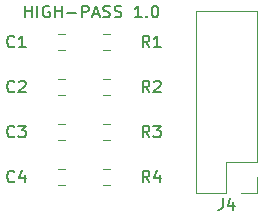
<source format=gbr>
G04 #@! TF.GenerationSoftware,KiCad,Pcbnew,(5.1.5-0-10_14)*
G04 #@! TF.CreationDate,2021-03-22T20:24:37-05:00*
G04 #@! TF.ProjectId,Filter Network,46696c74-6572-4204-9e65-74776f726b2e,rev?*
G04 #@! TF.SameCoordinates,Original*
G04 #@! TF.FileFunction,Legend,Top*
G04 #@! TF.FilePolarity,Positive*
%FSLAX46Y46*%
G04 Gerber Fmt 4.6, Leading zero omitted, Abs format (unit mm)*
G04 Created by KiCad (PCBNEW (5.1.5-0-10_14)) date 2021-03-22 20:24:37*
%MOMM*%
%LPD*%
G04 APERTURE LIST*
%ADD10C,0.150000*%
%ADD11C,0.120000*%
G04 APERTURE END LIST*
D10*
X88360952Y-107132380D02*
X88360952Y-106132380D01*
X88360952Y-106608571D02*
X88932380Y-106608571D01*
X88932380Y-107132380D02*
X88932380Y-106132380D01*
X89408571Y-107132380D02*
X89408571Y-106132380D01*
X90408571Y-106180000D02*
X90313333Y-106132380D01*
X90170476Y-106132380D01*
X90027619Y-106180000D01*
X89932380Y-106275238D01*
X89884761Y-106370476D01*
X89837142Y-106560952D01*
X89837142Y-106703809D01*
X89884761Y-106894285D01*
X89932380Y-106989523D01*
X90027619Y-107084761D01*
X90170476Y-107132380D01*
X90265714Y-107132380D01*
X90408571Y-107084761D01*
X90456190Y-107037142D01*
X90456190Y-106703809D01*
X90265714Y-106703809D01*
X90884761Y-107132380D02*
X90884761Y-106132380D01*
X90884761Y-106608571D02*
X91456190Y-106608571D01*
X91456190Y-107132380D02*
X91456190Y-106132380D01*
X91932380Y-106751428D02*
X92694285Y-106751428D01*
X93170476Y-107132380D02*
X93170476Y-106132380D01*
X93551428Y-106132380D01*
X93646666Y-106180000D01*
X93694285Y-106227619D01*
X93741904Y-106322857D01*
X93741904Y-106465714D01*
X93694285Y-106560952D01*
X93646666Y-106608571D01*
X93551428Y-106656190D01*
X93170476Y-106656190D01*
X94122857Y-106846666D02*
X94599047Y-106846666D01*
X94027619Y-107132380D02*
X94360952Y-106132380D01*
X94694285Y-107132380D01*
X94980000Y-107084761D02*
X95122857Y-107132380D01*
X95360952Y-107132380D01*
X95456190Y-107084761D01*
X95503809Y-107037142D01*
X95551428Y-106941904D01*
X95551428Y-106846666D01*
X95503809Y-106751428D01*
X95456190Y-106703809D01*
X95360952Y-106656190D01*
X95170476Y-106608571D01*
X95075238Y-106560952D01*
X95027619Y-106513333D01*
X94980000Y-106418095D01*
X94980000Y-106322857D01*
X95027619Y-106227619D01*
X95075238Y-106180000D01*
X95170476Y-106132380D01*
X95408571Y-106132380D01*
X95551428Y-106180000D01*
X95932380Y-107084761D02*
X96075238Y-107132380D01*
X96313333Y-107132380D01*
X96408571Y-107084761D01*
X96456190Y-107037142D01*
X96503809Y-106941904D01*
X96503809Y-106846666D01*
X96456190Y-106751428D01*
X96408571Y-106703809D01*
X96313333Y-106656190D01*
X96122857Y-106608571D01*
X96027619Y-106560952D01*
X95980000Y-106513333D01*
X95932380Y-106418095D01*
X95932380Y-106322857D01*
X95980000Y-106227619D01*
X96027619Y-106180000D01*
X96122857Y-106132380D01*
X96360952Y-106132380D01*
X96503809Y-106180000D01*
X98218095Y-107132380D02*
X97646666Y-107132380D01*
X97932380Y-107132380D02*
X97932380Y-106132380D01*
X97837142Y-106275238D01*
X97741904Y-106370476D01*
X97646666Y-106418095D01*
X98646666Y-107037142D02*
X98694285Y-107084761D01*
X98646666Y-107132380D01*
X98599047Y-107084761D01*
X98646666Y-107037142D01*
X98646666Y-107132380D01*
X99313333Y-106132380D02*
X99408571Y-106132380D01*
X99503809Y-106180000D01*
X99551428Y-106227619D01*
X99599047Y-106322857D01*
X99646666Y-106513333D01*
X99646666Y-106751428D01*
X99599047Y-106941904D01*
X99551428Y-107037142D01*
X99503809Y-107084761D01*
X99408571Y-107132380D01*
X99313333Y-107132380D01*
X99218095Y-107084761D01*
X99170476Y-107037142D01*
X99122857Y-106941904D01*
X99075238Y-106751428D01*
X99075238Y-106513333D01*
X99122857Y-106322857D01*
X99170476Y-106227619D01*
X99218095Y-106180000D01*
X99313333Y-106132380D01*
D11*
X108010000Y-121980000D02*
X106680000Y-121980000D01*
X108010000Y-120650000D02*
X108010000Y-121980000D01*
X105410000Y-121980000D02*
X102810000Y-121980000D01*
X105410000Y-119380000D02*
X105410000Y-121980000D01*
X108010000Y-119380000D02*
X105410000Y-119380000D01*
X102810000Y-121980000D02*
X102810000Y-106620000D01*
X108010000Y-119380000D02*
X108010000Y-106620000D01*
X108010000Y-106620000D02*
X102810000Y-106620000D01*
X94991422Y-108510000D02*
X95508578Y-108510000D01*
X94991422Y-109930000D02*
X95508578Y-109930000D01*
X91181422Y-119940000D02*
X91698578Y-119940000D01*
X91181422Y-121360000D02*
X91698578Y-121360000D01*
X91698578Y-116130000D02*
X91181422Y-116130000D01*
X91698578Y-117550000D02*
X91181422Y-117550000D01*
X91698578Y-113740000D02*
X91181422Y-113740000D01*
X91698578Y-112320000D02*
X91181422Y-112320000D01*
X91698578Y-108510000D02*
X91181422Y-108510000D01*
X91698578Y-109930000D02*
X91181422Y-109930000D01*
X94991422Y-113740000D02*
X95508578Y-113740000D01*
X94991422Y-112320000D02*
X95508578Y-112320000D01*
X94991422Y-116130000D02*
X95508578Y-116130000D01*
X94991422Y-117550000D02*
X95508578Y-117550000D01*
X94991422Y-121360000D02*
X95508578Y-121360000D01*
X94991422Y-119940000D02*
X95508578Y-119940000D01*
D10*
X105076666Y-122432380D02*
X105076666Y-123146666D01*
X105029047Y-123289523D01*
X104933809Y-123384761D01*
X104790952Y-123432380D01*
X104695714Y-123432380D01*
X105981428Y-122765714D02*
X105981428Y-123432380D01*
X105743333Y-122384761D02*
X105505238Y-123099047D01*
X106124285Y-123099047D01*
X98893333Y-109672380D02*
X98560000Y-109196190D01*
X98321904Y-109672380D02*
X98321904Y-108672380D01*
X98702857Y-108672380D01*
X98798095Y-108720000D01*
X98845714Y-108767619D01*
X98893333Y-108862857D01*
X98893333Y-109005714D01*
X98845714Y-109100952D01*
X98798095Y-109148571D01*
X98702857Y-109196190D01*
X98321904Y-109196190D01*
X99845714Y-109672380D02*
X99274285Y-109672380D01*
X99560000Y-109672380D02*
X99560000Y-108672380D01*
X99464761Y-108815238D01*
X99369523Y-108910476D01*
X99274285Y-108958095D01*
X87463333Y-109577142D02*
X87415714Y-109624761D01*
X87272857Y-109672380D01*
X87177619Y-109672380D01*
X87034761Y-109624761D01*
X86939523Y-109529523D01*
X86891904Y-109434285D01*
X86844285Y-109243809D01*
X86844285Y-109100952D01*
X86891904Y-108910476D01*
X86939523Y-108815238D01*
X87034761Y-108720000D01*
X87177619Y-108672380D01*
X87272857Y-108672380D01*
X87415714Y-108720000D01*
X87463333Y-108767619D01*
X88415714Y-109672380D02*
X87844285Y-109672380D01*
X88130000Y-109672380D02*
X88130000Y-108672380D01*
X88034761Y-108815238D01*
X87939523Y-108910476D01*
X87844285Y-108958095D01*
X87463333Y-113387142D02*
X87415714Y-113434761D01*
X87272857Y-113482380D01*
X87177619Y-113482380D01*
X87034761Y-113434761D01*
X86939523Y-113339523D01*
X86891904Y-113244285D01*
X86844285Y-113053809D01*
X86844285Y-112910952D01*
X86891904Y-112720476D01*
X86939523Y-112625238D01*
X87034761Y-112530000D01*
X87177619Y-112482380D01*
X87272857Y-112482380D01*
X87415714Y-112530000D01*
X87463333Y-112577619D01*
X87844285Y-112577619D02*
X87891904Y-112530000D01*
X87987142Y-112482380D01*
X88225238Y-112482380D01*
X88320476Y-112530000D01*
X88368095Y-112577619D01*
X88415714Y-112672857D01*
X88415714Y-112768095D01*
X88368095Y-112910952D01*
X87796666Y-113482380D01*
X88415714Y-113482380D01*
X87463333Y-117197142D02*
X87415714Y-117244761D01*
X87272857Y-117292380D01*
X87177619Y-117292380D01*
X87034761Y-117244761D01*
X86939523Y-117149523D01*
X86891904Y-117054285D01*
X86844285Y-116863809D01*
X86844285Y-116720952D01*
X86891904Y-116530476D01*
X86939523Y-116435238D01*
X87034761Y-116340000D01*
X87177619Y-116292380D01*
X87272857Y-116292380D01*
X87415714Y-116340000D01*
X87463333Y-116387619D01*
X87796666Y-116292380D02*
X88415714Y-116292380D01*
X88082380Y-116673333D01*
X88225238Y-116673333D01*
X88320476Y-116720952D01*
X88368095Y-116768571D01*
X88415714Y-116863809D01*
X88415714Y-117101904D01*
X88368095Y-117197142D01*
X88320476Y-117244761D01*
X88225238Y-117292380D01*
X87939523Y-117292380D01*
X87844285Y-117244761D01*
X87796666Y-117197142D01*
X87463333Y-121007142D02*
X87415714Y-121054761D01*
X87272857Y-121102380D01*
X87177619Y-121102380D01*
X87034761Y-121054761D01*
X86939523Y-120959523D01*
X86891904Y-120864285D01*
X86844285Y-120673809D01*
X86844285Y-120530952D01*
X86891904Y-120340476D01*
X86939523Y-120245238D01*
X87034761Y-120150000D01*
X87177619Y-120102380D01*
X87272857Y-120102380D01*
X87415714Y-120150000D01*
X87463333Y-120197619D01*
X88320476Y-120435714D02*
X88320476Y-121102380D01*
X88082380Y-120054761D02*
X87844285Y-120769047D01*
X88463333Y-120769047D01*
X98893333Y-113482380D02*
X98560000Y-113006190D01*
X98321904Y-113482380D02*
X98321904Y-112482380D01*
X98702857Y-112482380D01*
X98798095Y-112530000D01*
X98845714Y-112577619D01*
X98893333Y-112672857D01*
X98893333Y-112815714D01*
X98845714Y-112910952D01*
X98798095Y-112958571D01*
X98702857Y-113006190D01*
X98321904Y-113006190D01*
X99274285Y-112577619D02*
X99321904Y-112530000D01*
X99417142Y-112482380D01*
X99655238Y-112482380D01*
X99750476Y-112530000D01*
X99798095Y-112577619D01*
X99845714Y-112672857D01*
X99845714Y-112768095D01*
X99798095Y-112910952D01*
X99226666Y-113482380D01*
X99845714Y-113482380D01*
X98893333Y-117292380D02*
X98560000Y-116816190D01*
X98321904Y-117292380D02*
X98321904Y-116292380D01*
X98702857Y-116292380D01*
X98798095Y-116340000D01*
X98845714Y-116387619D01*
X98893333Y-116482857D01*
X98893333Y-116625714D01*
X98845714Y-116720952D01*
X98798095Y-116768571D01*
X98702857Y-116816190D01*
X98321904Y-116816190D01*
X99226666Y-116292380D02*
X99845714Y-116292380D01*
X99512380Y-116673333D01*
X99655238Y-116673333D01*
X99750476Y-116720952D01*
X99798095Y-116768571D01*
X99845714Y-116863809D01*
X99845714Y-117101904D01*
X99798095Y-117197142D01*
X99750476Y-117244761D01*
X99655238Y-117292380D01*
X99369523Y-117292380D01*
X99274285Y-117244761D01*
X99226666Y-117197142D01*
X98893333Y-121102380D02*
X98560000Y-120626190D01*
X98321904Y-121102380D02*
X98321904Y-120102380D01*
X98702857Y-120102380D01*
X98798095Y-120150000D01*
X98845714Y-120197619D01*
X98893333Y-120292857D01*
X98893333Y-120435714D01*
X98845714Y-120530952D01*
X98798095Y-120578571D01*
X98702857Y-120626190D01*
X98321904Y-120626190D01*
X99750476Y-120435714D02*
X99750476Y-121102380D01*
X99512380Y-120054761D02*
X99274285Y-120769047D01*
X99893333Y-120769047D01*
M02*

</source>
